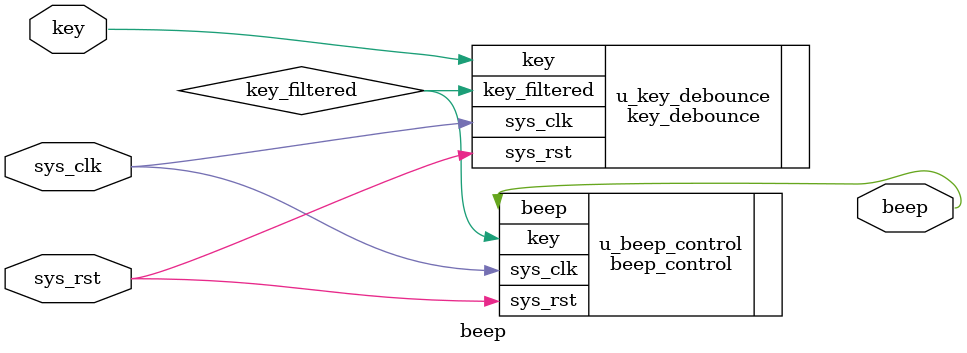
<source format=v>
module beep(
    input wire [0:0] sys_clk,
    input wire [0:0] sys_rst,
    input wire [0:0] key,
    output wire [0:0] beep
);

wire [0:0] key_filtered;
parameter CNT_MAX = 20'd1000000;

key_debounce #(
    .CNT_MAX (CNT_MAX)) 
    u_key_debounce (
    .sys_clk (sys_clk),
    .sys_rst (sys_rst),
    .key (key),
    .key_filtered (key_filtered)
);

beep_control u_beep_control(
    .sys_clk (sys_clk),
    .sys_rst (sys_rst),
    .key (key_filtered),
    .beep (beep)
);
endmodule
</source>
